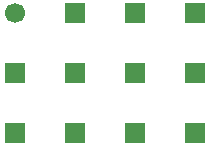
<source format=gbr>
%TF.GenerationSoftware,KiCad,Pcbnew,7.0.10*%
%TF.CreationDate,2024-02-06T00:10:35-05:00*%
%TF.ProjectId,hole_test,686f6c65-5f74-4657-9374-2e6b69636164,rev?*%
%TF.SameCoordinates,Original*%
%TF.FileFunction,Copper,L2,Bot*%
%TF.FilePolarity,Positive*%
%FSLAX46Y46*%
G04 Gerber Fmt 4.6, Leading zero omitted, Abs format (unit mm)*
G04 Created by KiCad (PCBNEW 7.0.10) date 2024-02-06 00:10:35*
%MOMM*%
%LPD*%
G01*
G04 APERTURE LIST*
%TA.AperFunction,ComponentPad*%
%ADD10R,1.700000X1.700000*%
%TD*%
%TA.AperFunction,ComponentPad*%
%ADD11C,1.700000*%
%TD*%
G04 APERTURE END LIST*
D10*
%TO.P,J112,1,Pin_1*%
%TO.N,unconnected-(J112-Pin_1-Pad1)*%
X101600000Y-78740000D03*
%TD*%
%TO.P,J111,1,Pin_1*%
%TO.N,unconnected-(J111-Pin_1-Pad1)*%
X96520000Y-78740000D03*
%TD*%
%TO.P,J110,1,Pin_1*%
%TO.N,unconnected-(J110-Pin_1-Pad1)*%
X91440000Y-78740000D03*
%TD*%
%TO.P,J109,1,Pin_1*%
%TO.N,unconnected-(J109-Pin_1-Pad1)*%
X86360000Y-78740000D03*
%TD*%
%TO.P,J107,1,Pin_1*%
%TO.N,unconnected-(J107-Pin_1-Pad1)*%
X101600000Y-68580000D03*
%TD*%
%TO.P,J103,1,Pin_1*%
%TO.N,unconnected-(J103-Pin_1-Pad1)*%
X91440000Y-68580000D03*
%TD*%
%TO.P,J104,1,Pin_1*%
%TO.N,unconnected-(J104-Pin_1-Pad1)*%
X91440000Y-73660000D03*
%TD*%
%TO.P,J106,1,Pin_1*%
%TO.N,unconnected-(J106-Pin_1-Pad1)*%
X96520000Y-73660000D03*
%TD*%
D11*
%TO.P,J101,1,Pin_1*%
%TO.N,unconnected-(J101-Pin_1-Pad1)*%
X86360000Y-68580000D03*
%TD*%
D10*
%TO.P,J102,1,Pin_1*%
%TO.N,unconnected-(J102-Pin_1-Pad1)*%
X86360000Y-73660000D03*
%TD*%
%TO.P,J108,1,Pin_1*%
%TO.N,unconnected-(J108-Pin_1-Pad1)*%
X101600000Y-73660000D03*
%TD*%
%TO.P,J105,1,Pin_1*%
%TO.N,unconnected-(J105-Pin_1-Pad1)*%
X96520000Y-68580000D03*
%TD*%
M02*

</source>
